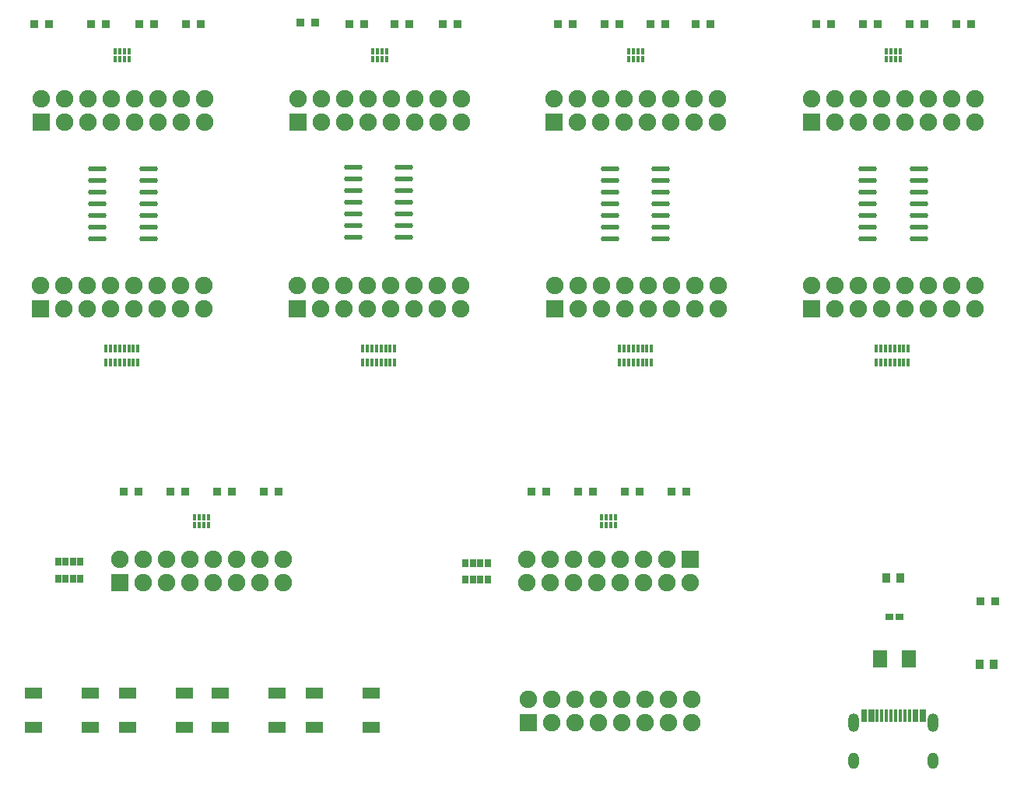
<source format=gts>
G04 Layer: TopSolderMaskLayer*
G04 EasyEDA v6.5.15, 2022-09-22 11:34:21*
G04 4b7f6f8434e74b0d931dc7ec5f8e676b,5f190de28158457892684f41c71a4f21,10*
G04 Gerber Generator version 0.2*
G04 Scale: 100 percent, Rotated: No, Reflected: No *
G04 Dimensions in millimeters *
G04 leading zeros omitted , absolute positions ,4 integer and 5 decimal *
%FSLAX45Y45*%
%MOMM*%

%AMMACRO1*1,1,$1,$2,$3*1,1,$1,$4,$5*1,1,$1,0-$2,0-$3*1,1,$1,0-$4,0-$5*20,1,$1,$2,$3,$4,$5,0*20,1,$1,$4,$5,0-$2,0-$3,0*20,1,$1,0-$2,0-$3,0-$4,0-$5,0*20,1,$1,0-$4,0-$5,$2,$3,0*4,1,4,$2,$3,$4,$5,0-$2,0-$3,0-$4,0-$5,$2,$3,0*%
%ADD10MACRO1,0.1016X-0.4X-0.4X-0.4X0.4*%
%ADD11MACRO1,0.1016X-0.4032X-0.432X-0.4032X0.432*%
%ADD12MACRO1,0.1016X0.325X-0.4X-0.325X-0.4*%
%ADD13MACRO1,0.1016X0.25X-0.4X-0.25X-0.4*%
%ADD14MACRO1,0.1016X-0.325X0.4X0.325X0.4*%
%ADD15MACRO1,0.1016X-0.25X0.4X0.25X0.4*%
%ADD16MACRO1,0.1016X-0.7425X-0.864X-0.7425X0.864*%
%ADD17MACRO1,0.1016X0.7425X-0.864X0.7425X0.864*%
%ADD18MACRO1,0.1016X-0.395X-0.27X-0.395X0.27*%
%ADD19MACRO1,0.1016X0.395X-0.27X0.395X0.27*%
%ADD20MACRO1,0.1016X0.4X0.4X0.4X-0.4*%
%ADD21C,1.9016*%
%ADD22MACRO1,0.1016X-0.9X0.9X0.9X0.9*%
%ADD23MACRO1,0.1016X0.9X-0.9X-0.9X-0.9*%
%ADD24MACRO1,0.1016X0.4032X-0.432X0.4032X0.432*%
%ADD25MACRO1,0.1016X0.15X-0.2525X0.15X0.2525*%
%ADD26MACRO1,0.1016X0.15X0.2525X0.15X-0.2525*%
%ADD27MACRO1,0.1016X0.15X-0.35X-0.15X-0.35*%
%ADD28MACRO1,0.1016X-0.15X0.2525X-0.15X-0.2525*%
%ADD29MACRO1,0.1016X-0.15X-0.2525X-0.15X0.2525*%
%ADD30MACRO1,0.1016X0.9X-0.55X-0.9X-0.55*%
%ADD31O,2.0379944X0.5739892*%
%ADD32MACRO1,0.1016X-0.15X0.65X0.15X0.65*%
%ADD33O,1.1999976X1.7999964*%
%ADD34O,1.1999976X1.9999959999999999*%
%ADD35O,0.0122X1.9999959999999999*%

%LPD*%
D10*
G01*
X11014643Y-6463946D03*
G01*
X10854743Y-6464647D03*
D11*
G01*
X4492717Y-14116888D03*
D10*
G01*
X3877307Y-6451310D03*
G01*
X3717406Y-6452011D03*
G01*
X4410707Y-6464010D03*
G01*
X4250806Y-6464711D03*
G01*
X4906007Y-6464010D03*
G01*
X4746106Y-6464711D03*
G01*
X5426707Y-6464010D03*
G01*
X5266806Y-6464711D03*
G01*
X6684007Y-6464010D03*
G01*
X6524106Y-6464711D03*
G01*
X7192007Y-6464010D03*
G01*
X7032106Y-6464711D03*
G01*
X7687307Y-6464010D03*
G01*
X7527406Y-6464711D03*
G01*
X8182607Y-6464010D03*
G01*
X8022706Y-6464711D03*
G01*
X9490643Y-6463946D03*
G01*
X9330743Y-6464647D03*
G01*
X9998643Y-6463946D03*
G01*
X9838743Y-6464647D03*
G01*
X10506643Y-6463946D03*
G01*
X10346743Y-6464647D03*
D12*
G01*
X5518810Y-12510597D03*
G01*
X5518810Y-12330602D03*
D13*
G01*
X5598795Y-12510597D03*
G01*
X5598795Y-12330602D03*
G01*
X5678804Y-12510597D03*
G01*
X5678804Y-12330602D03*
D12*
G01*
X5758789Y-12510597D03*
G01*
X5758789Y-12330602D03*
D14*
G01*
X1326489Y-12317902D03*
G01*
X1326489Y-12497897D03*
D15*
G01*
X1246505Y-12317902D03*
G01*
X1246505Y-12497897D03*
G01*
X1166494Y-12317902D03*
G01*
X1166494Y-12497897D03*
D14*
G01*
X1086510Y-12317902D03*
G01*
X1086510Y-12497897D03*
D16*
G01*
X10344650Y-13373100D03*
D17*
G01*
X10026149Y-13373100D03*
D18*
G01*
X10239905Y-12915900D03*
D19*
G01*
X10130894Y-12915900D03*
D10*
G01*
X981643Y-6463946D03*
G01*
X821743Y-6464647D03*
G01*
X1603943Y-6463946D03*
G01*
X1444043Y-6464647D03*
G01*
X2124643Y-6463946D03*
G01*
X1964743Y-6464647D03*
G01*
X2632643Y-6463946D03*
G01*
X2472743Y-6464647D03*
D20*
G01*
X11121456Y-12751153D03*
G01*
X11281356Y-12750452D03*
D10*
G01*
X6391843Y-11556646D03*
G01*
X6231943Y-11557347D03*
G01*
X6899843Y-11556646D03*
G01*
X6739943Y-11557347D03*
G01*
X7407843Y-11556646D03*
G01*
X7247943Y-11557347D03*
G01*
X7915843Y-11556646D03*
G01*
X7755943Y-11557347D03*
G01*
X3483543Y-11556646D03*
G01*
X3323643Y-11557347D03*
G01*
X2975543Y-11556646D03*
G01*
X2815643Y-11557347D03*
G01*
X2467543Y-11556646D03*
G01*
X2307643Y-11557347D03*
G01*
X1959543Y-11556646D03*
G01*
X1799643Y-11557347D03*
D21*
G01*
X2679700Y-7277100D03*
G01*
X2679700Y-7531100D03*
G01*
X2425700Y-7277100D03*
G01*
X2425700Y-7531100D03*
G01*
X2171700Y-7277100D03*
G01*
X2171700Y-7531100D03*
G01*
X1917700Y-7277100D03*
G01*
X1917700Y-7531100D03*
G01*
X1663700Y-7277100D03*
G01*
X1663700Y-7531100D03*
G01*
X1409700Y-7277100D03*
G01*
X1409700Y-7531100D03*
G01*
X1155700Y-7277100D03*
G01*
X1155700Y-7531100D03*
G01*
X901700Y-7277100D03*
D22*
G01*
X901700Y-7531100D03*
D21*
G01*
X2667000Y-9309100D03*
G01*
X2667000Y-9563100D03*
G01*
X2413000Y-9309100D03*
G01*
X2413000Y-9563100D03*
G01*
X2159000Y-9309100D03*
G01*
X2159000Y-9563100D03*
G01*
X1905000Y-9309100D03*
G01*
X1905000Y-9563100D03*
G01*
X1651000Y-9309100D03*
G01*
X1651000Y-9563100D03*
G01*
X1397000Y-9309100D03*
G01*
X1397000Y-9563100D03*
G01*
X1143000Y-9309100D03*
G01*
X1143000Y-9563100D03*
G01*
X889000Y-9309100D03*
D22*
G01*
X889000Y-9563100D03*
D21*
G01*
X5473700Y-7277100D03*
G01*
X5473700Y-7531100D03*
G01*
X5219700Y-7277100D03*
G01*
X5219700Y-7531100D03*
G01*
X4965700Y-7277100D03*
G01*
X4965700Y-7531100D03*
G01*
X4711700Y-7277100D03*
G01*
X4711700Y-7531100D03*
G01*
X4457700Y-7277100D03*
G01*
X4457700Y-7531100D03*
G01*
X4203700Y-7277100D03*
G01*
X4203700Y-7531100D03*
G01*
X3949700Y-7277100D03*
G01*
X3949700Y-7531100D03*
G01*
X3695700Y-7277100D03*
D22*
G01*
X3695700Y-7531100D03*
D21*
G01*
X5461000Y-9309100D03*
G01*
X5461000Y-9563100D03*
G01*
X5207000Y-9309100D03*
G01*
X5207000Y-9563100D03*
G01*
X4953000Y-9309100D03*
G01*
X4953000Y-9563100D03*
G01*
X4699000Y-9309100D03*
G01*
X4699000Y-9563100D03*
G01*
X4445000Y-9309100D03*
G01*
X4445000Y-9563100D03*
G01*
X4191000Y-9309100D03*
G01*
X4191000Y-9563100D03*
G01*
X3937000Y-9309100D03*
G01*
X3937000Y-9563100D03*
G01*
X3683000Y-9309100D03*
D22*
G01*
X3683000Y-9563100D03*
D21*
G01*
X8255000Y-7277100D03*
G01*
X8255000Y-7531100D03*
G01*
X8001000Y-7277100D03*
G01*
X8001000Y-7531100D03*
G01*
X7747000Y-7277100D03*
G01*
X7747000Y-7531100D03*
G01*
X7493000Y-7277100D03*
G01*
X7493000Y-7531100D03*
G01*
X7239000Y-7277100D03*
G01*
X7239000Y-7531100D03*
G01*
X6985000Y-7277100D03*
G01*
X6985000Y-7531100D03*
G01*
X6731000Y-7277100D03*
G01*
X6731000Y-7531100D03*
G01*
X6477000Y-7277100D03*
D22*
G01*
X6477000Y-7531100D03*
D21*
G01*
X8267700Y-9309100D03*
G01*
X8267700Y-9563100D03*
G01*
X8013700Y-9309100D03*
G01*
X8013700Y-9563100D03*
G01*
X7759700Y-9309100D03*
G01*
X7759700Y-9563100D03*
G01*
X7505700Y-9309100D03*
G01*
X7505700Y-9563100D03*
G01*
X7251700Y-9309100D03*
G01*
X7251700Y-9563100D03*
G01*
X6997700Y-9309100D03*
G01*
X6997700Y-9563100D03*
G01*
X6743700Y-9309100D03*
G01*
X6743700Y-9563100D03*
G01*
X6489700Y-9309100D03*
D22*
G01*
X6489700Y-9563100D03*
D21*
G01*
X11061700Y-7277100D03*
G01*
X11061700Y-7531100D03*
G01*
X10807700Y-7277100D03*
G01*
X10807700Y-7531100D03*
G01*
X10553700Y-7277100D03*
G01*
X10553700Y-7531100D03*
G01*
X10299700Y-7277100D03*
G01*
X10299700Y-7531100D03*
G01*
X10045700Y-7277100D03*
G01*
X10045700Y-7531100D03*
G01*
X9791700Y-7277100D03*
G01*
X9791700Y-7531100D03*
G01*
X9537700Y-7277100D03*
G01*
X9537700Y-7531100D03*
G01*
X9283700Y-7277100D03*
D22*
G01*
X9283700Y-7531100D03*
D21*
G01*
X11061700Y-9309100D03*
G01*
X11061700Y-9563100D03*
G01*
X10807700Y-9309100D03*
G01*
X10807700Y-9563100D03*
G01*
X10553700Y-9309100D03*
G01*
X10553700Y-9563100D03*
G01*
X10299700Y-9309100D03*
G01*
X10299700Y-9563100D03*
G01*
X10045700Y-9309100D03*
G01*
X10045700Y-9563100D03*
G01*
X9791700Y-9309100D03*
G01*
X9791700Y-9563100D03*
G01*
X9537700Y-9309100D03*
G01*
X9537700Y-9563100D03*
G01*
X9283700Y-9309100D03*
D22*
G01*
X9283700Y-9563100D03*
D21*
G01*
X7975600Y-13817600D03*
G01*
X7975600Y-14071600D03*
G01*
X7721600Y-13817600D03*
G01*
X7721600Y-14071600D03*
G01*
X7467600Y-13817600D03*
G01*
X7467600Y-14071600D03*
G01*
X7213600Y-13817600D03*
G01*
X7213600Y-14071600D03*
G01*
X6959600Y-13817600D03*
G01*
X6959600Y-14071600D03*
G01*
X6705600Y-13817600D03*
G01*
X6705600Y-14071600D03*
G01*
X6451600Y-13817600D03*
G01*
X6451600Y-14071600D03*
G01*
X6197600Y-13817600D03*
D22*
G01*
X6197600Y-14071600D03*
D21*
G01*
X6184900Y-12547600D03*
G01*
X6184900Y-12293600D03*
G01*
X6438900Y-12547600D03*
G01*
X6438900Y-12293600D03*
G01*
X6692900Y-12547600D03*
G01*
X6692900Y-12293600D03*
G01*
X6946900Y-12547600D03*
G01*
X6946900Y-12293600D03*
G01*
X7200900Y-12547600D03*
G01*
X7200900Y-12293600D03*
G01*
X7454900Y-12547600D03*
G01*
X7454900Y-12293600D03*
G01*
X7708900Y-12547600D03*
G01*
X7708900Y-12293600D03*
G01*
X7962900Y-12547600D03*
D23*
G01*
X7962900Y-12293600D03*
D21*
G01*
X3535045Y-12293600D03*
G01*
X3535045Y-12547600D03*
G01*
X3281045Y-12293600D03*
G01*
X3281045Y-12547600D03*
G01*
X3027045Y-12293600D03*
G01*
X3027045Y-12547600D03*
G01*
X2773045Y-12293600D03*
G01*
X2773045Y-12547600D03*
G01*
X2519045Y-12293600D03*
G01*
X2519045Y-12547600D03*
G01*
X2265045Y-12293600D03*
G01*
X2265045Y-12547600D03*
G01*
X2011045Y-12293600D03*
G01*
X2011045Y-12547600D03*
G01*
X1757045Y-12293600D03*
D22*
G01*
X1757034Y-12547600D03*
D11*
G01*
X11264024Y-13436600D03*
D24*
G01*
X11113375Y-13436600D03*
D25*
G01*
X1853002Y-6849948D03*
G01*
X1803002Y-6849948D03*
G01*
X1753002Y-6849948D03*
G01*
X1703002Y-6849948D03*
D26*
G01*
X1853002Y-6764446D03*
G01*
X1803002Y-6764446D03*
G01*
X1753002Y-6764446D03*
G01*
X1703002Y-6764446D03*
D27*
G01*
X1952993Y-9996115D03*
G01*
X1903006Y-9996115D03*
G01*
X1852993Y-9996115D03*
G01*
X1803006Y-9996115D03*
G01*
X1752993Y-9996115D03*
G01*
X1703006Y-9996115D03*
G01*
X1652993Y-9996115D03*
G01*
X1603006Y-9996089D03*
G01*
X1603006Y-10146110D03*
G01*
X1652993Y-10146110D03*
G01*
X1703006Y-10146110D03*
G01*
X1752993Y-10146110D03*
G01*
X1803006Y-10146110D03*
G01*
X1852993Y-10146110D03*
G01*
X1903006Y-10146110D03*
G01*
X1952993Y-10146110D03*
D28*
G01*
X4509697Y-6764451D03*
G01*
X4559697Y-6764451D03*
G01*
X4609697Y-6764451D03*
G01*
X4659697Y-6764451D03*
D29*
G01*
X4509697Y-6849953D03*
G01*
X4559697Y-6849953D03*
G01*
X4609697Y-6849953D03*
G01*
X4659697Y-6849953D03*
D27*
G01*
X4746993Y-9996115D03*
G01*
X4697006Y-9996115D03*
G01*
X4646993Y-9996115D03*
G01*
X4597006Y-9996115D03*
G01*
X4546993Y-9996115D03*
G01*
X4497006Y-9996115D03*
G01*
X4446993Y-9996115D03*
G01*
X4397006Y-9996089D03*
G01*
X4397006Y-10146110D03*
G01*
X4446993Y-10146110D03*
G01*
X4497006Y-10146110D03*
G01*
X4546993Y-10146110D03*
G01*
X4597006Y-10146110D03*
G01*
X4646993Y-10146110D03*
G01*
X4697006Y-10146110D03*
G01*
X4746993Y-10146110D03*
D28*
G01*
X7290997Y-6764451D03*
G01*
X7340997Y-6764451D03*
G01*
X7390997Y-6764451D03*
G01*
X7440997Y-6764451D03*
D29*
G01*
X7290997Y-6849953D03*
G01*
X7340997Y-6849953D03*
G01*
X7390997Y-6849953D03*
G01*
X7440997Y-6849953D03*
D27*
G01*
X7540993Y-9996115D03*
G01*
X7491006Y-9996115D03*
G01*
X7440993Y-9996115D03*
G01*
X7391006Y-9996115D03*
G01*
X7340993Y-9996115D03*
G01*
X7291006Y-9996115D03*
G01*
X7240993Y-9996115D03*
G01*
X7191006Y-9996089D03*
G01*
X7191006Y-10146110D03*
G01*
X7240993Y-10146110D03*
G01*
X7291006Y-10146110D03*
G01*
X7340993Y-10146110D03*
G01*
X7391006Y-10146110D03*
G01*
X7440993Y-10146110D03*
G01*
X7491006Y-10146110D03*
G01*
X7540993Y-10146110D03*
D28*
G01*
X10097697Y-6764451D03*
G01*
X10147697Y-6764451D03*
G01*
X10197697Y-6764451D03*
G01*
X10247697Y-6764451D03*
D29*
G01*
X10097697Y-6849953D03*
G01*
X10147697Y-6849953D03*
G01*
X10197697Y-6849953D03*
G01*
X10247697Y-6849953D03*
D27*
G01*
X10334993Y-9996115D03*
G01*
X10285006Y-9996115D03*
G01*
X10234993Y-9996115D03*
G01*
X10185006Y-9996115D03*
G01*
X10134993Y-9996115D03*
G01*
X10085006Y-9996115D03*
G01*
X10034993Y-9996115D03*
G01*
X9985006Y-9996089D03*
G01*
X9985006Y-10146110D03*
G01*
X10034993Y-10146110D03*
G01*
X10085006Y-10146110D03*
G01*
X10134993Y-10146110D03*
G01*
X10185006Y-10146110D03*
G01*
X10234993Y-10146110D03*
G01*
X10285006Y-10146110D03*
G01*
X10334993Y-10146110D03*
D25*
G01*
X7148902Y-11917248D03*
G01*
X7098902Y-11917248D03*
G01*
X7048902Y-11917248D03*
G01*
X6998902Y-11917248D03*
D26*
G01*
X7148902Y-11831746D03*
G01*
X7098902Y-11831746D03*
G01*
X7048902Y-11831746D03*
G01*
X6998902Y-11831746D03*
D28*
G01*
X2566597Y-11831751D03*
G01*
X2616597Y-11831751D03*
G01*
X2666597Y-11831751D03*
G01*
X2716597Y-11831751D03*
D29*
G01*
X2566597Y-11917253D03*
G01*
X2616597Y-11917253D03*
G01*
X2666597Y-11917253D03*
G01*
X2716597Y-11917253D03*
D30*
G01*
X1432029Y-14116900D03*
G01*
X812029Y-14116900D03*
G01*
X1432029Y-13746900D03*
G01*
X812030Y-13746900D03*
G01*
X2460729Y-14116900D03*
G01*
X1840729Y-14116900D03*
G01*
X2460729Y-13746900D03*
G01*
X1840730Y-13746900D03*
G01*
X3464029Y-14116900D03*
G01*
X2844029Y-14116900D03*
G01*
X3464029Y-13746900D03*
G01*
X2844030Y-13746900D03*
G01*
X4492729Y-14116900D03*
G01*
X3872729Y-14116900D03*
G01*
X4492729Y-13746900D03*
G01*
X3872730Y-13746900D03*
D31*
G01*
X1513789Y-8039100D03*
G01*
X1513789Y-8166100D03*
G01*
X1513789Y-8293100D03*
G01*
X1513789Y-8420100D03*
G01*
X1513789Y-8547100D03*
G01*
X1513789Y-8674100D03*
G01*
X1513789Y-8801100D03*
G01*
X2067610Y-8039100D03*
G01*
X2067610Y-8166100D03*
G01*
X2067610Y-8293100D03*
G01*
X2067610Y-8420100D03*
G01*
X2067610Y-8547100D03*
G01*
X2067610Y-8674100D03*
G01*
X2067610Y-8801100D03*
G01*
X4295089Y-8026400D03*
G01*
X4295089Y-8153400D03*
G01*
X4295089Y-8280400D03*
G01*
X4295089Y-8407400D03*
G01*
X4295089Y-8534400D03*
G01*
X4295089Y-8661400D03*
G01*
X4295089Y-8788400D03*
G01*
X4848910Y-8026400D03*
G01*
X4848910Y-8153400D03*
G01*
X4848910Y-8280400D03*
G01*
X4848910Y-8407400D03*
G01*
X4848910Y-8534400D03*
G01*
X4848910Y-8661400D03*
G01*
X4848910Y-8788400D03*
G01*
X7089089Y-8039100D03*
G01*
X7089089Y-8166100D03*
G01*
X7089089Y-8293100D03*
G01*
X7089089Y-8420100D03*
G01*
X7089089Y-8547100D03*
G01*
X7089089Y-8674100D03*
G01*
X7089089Y-8801100D03*
G01*
X7642910Y-8039100D03*
G01*
X7642910Y-8166100D03*
G01*
X7642910Y-8293100D03*
G01*
X7642910Y-8420100D03*
G01*
X7642910Y-8547100D03*
G01*
X7642910Y-8674100D03*
G01*
X7642910Y-8801100D03*
G01*
X9895789Y-8039100D03*
G01*
X9895789Y-8166100D03*
G01*
X9895789Y-8293100D03*
G01*
X9895789Y-8420100D03*
G01*
X9895789Y-8547100D03*
G01*
X9895789Y-8674100D03*
G01*
X9895789Y-8801100D03*
G01*
X10449610Y-8039100D03*
G01*
X10449610Y-8166100D03*
G01*
X10449610Y-8293100D03*
G01*
X10449610Y-8420100D03*
G01*
X10449610Y-8547100D03*
G01*
X10449610Y-8674100D03*
G01*
X10449610Y-8801100D03*
D11*
G01*
X10248024Y-12496800D03*
D24*
G01*
X10097375Y-12496800D03*
D32*
G01*
X9997695Y-13988280D03*
G01*
X10047707Y-13988280D03*
G01*
X10097695Y-13988277D03*
G01*
X10147707Y-13988280D03*
G01*
X10197694Y-13988277D03*
G01*
X10247707Y-13988280D03*
G01*
X10297669Y-13988280D03*
G01*
X10347707Y-13988280D03*
G01*
X9837705Y-13988293D03*
G01*
X9867703Y-13988277D03*
G01*
X9917706Y-13988293D03*
G01*
X9947701Y-13988290D03*
G01*
X10397698Y-13988293D03*
G01*
X10427710Y-13988290D03*
G01*
X10477700Y-13988275D03*
G01*
X10507700Y-13988275D03*
D33*
G01*
X10605211Y-14485112D03*
D34*
G01*
X10605211Y-14065122D03*
G01*
X9740188Y-14065122D03*
D33*
G01*
X9740188Y-14485112D03*
M02*

</source>
